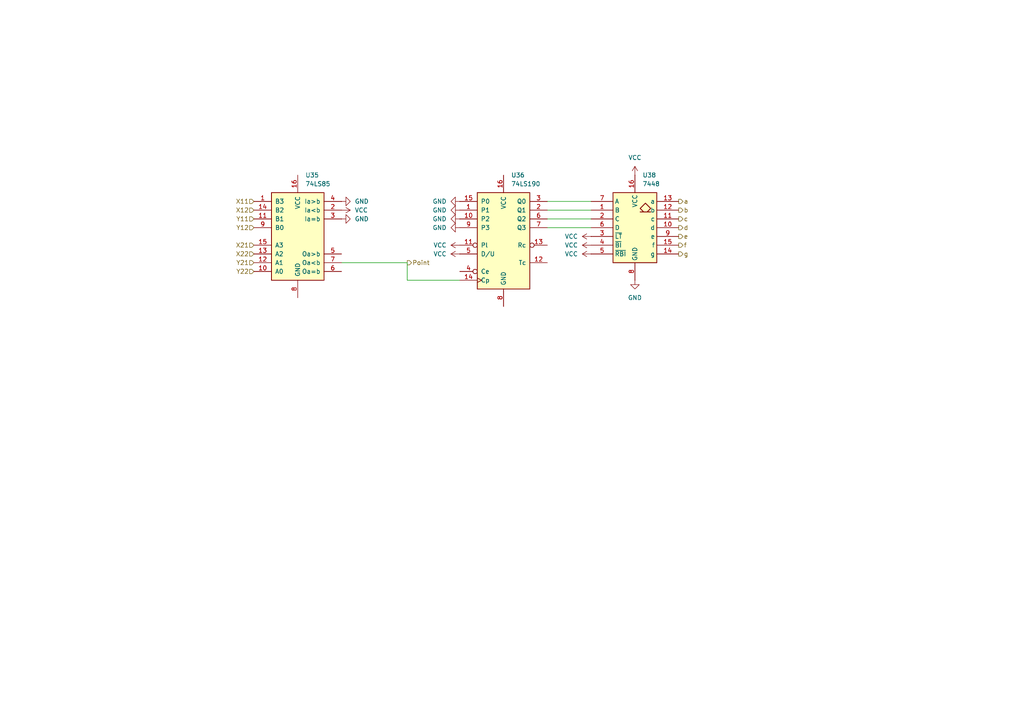
<source format=kicad_sch>
(kicad_sch
	(version 20231120)
	(generator "eeschema")
	(generator_version "8.0")
	(uuid "53c3bed6-e3d6-4f47-9ee6-308e1e47b47b")
	(paper "A4")
	(lib_symbols
		(symbol "74xx:74LS190"
			(pin_names
				(offset 1.016)
			)
			(exclude_from_sim no)
			(in_bom yes)
			(on_board yes)
			(property "Reference" "U"
				(at -7.62 13.97 0)
				(effects
					(font
						(size 1.27 1.27)
					)
				)
			)
			(property "Value" "74LS190"
				(at -7.62 -16.51 0)
				(effects
					(font
						(size 1.27 1.27)
					)
				)
			)
			(property "Footprint" ""
				(at 0 0 0)
				(effects
					(font
						(size 1.27 1.27)
					)
					(hide yes)
				)
			)
			(property "Datasheet" "http://www.ti.com/lit/gpn/sn74LS190"
				(at 0 0 0)
				(effects
					(font
						(size 1.27 1.27)
					)
					(hide yes)
				)
			)
			(property "Description" "4-bit Synchronous Up/Down BCD Counter"
				(at 0 0 0)
				(effects
					(font
						(size 1.27 1.27)
					)
					(hide yes)
				)
			)
			(property "ki_locked" ""
				(at 0 0 0)
				(effects
					(font
						(size 1.27 1.27)
					)
				)
			)
			(property "ki_keywords" "TTL CNT CNT4"
				(at 0 0 0)
				(effects
					(font
						(size 1.27 1.27)
					)
					(hide yes)
				)
			)
			(property "ki_fp_filters" "DIP?16*"
				(at 0 0 0)
				(effects
					(font
						(size 1.27 1.27)
					)
					(hide yes)
				)
			)
			(symbol "74LS190_1_0"
				(pin input line
					(at -12.7 7.62 0)
					(length 5.08)
					(name "P1"
						(effects
							(font
								(size 1.27 1.27)
							)
						)
					)
					(number "1"
						(effects
							(font
								(size 1.27 1.27)
							)
						)
					)
				)
				(pin input line
					(at -12.7 5.08 0)
					(length 5.08)
					(name "P2"
						(effects
							(font
								(size 1.27 1.27)
							)
						)
					)
					(number "10"
						(effects
							(font
								(size 1.27 1.27)
							)
						)
					)
				)
				(pin input inverted
					(at -12.7 -2.54 0)
					(length 5.08)
					(name "Pl"
						(effects
							(font
								(size 1.27 1.27)
							)
						)
					)
					(number "11"
						(effects
							(font
								(size 1.27 1.27)
							)
						)
					)
				)
				(pin output line
					(at 12.7 -7.62 180)
					(length 5.08)
					(name "Tc"
						(effects
							(font
								(size 1.27 1.27)
							)
						)
					)
					(number "12"
						(effects
							(font
								(size 1.27 1.27)
							)
						)
					)
				)
				(pin output inverted
					(at 12.7 -2.54 180)
					(length 5.08)
					(name "Rc"
						(effects
							(font
								(size 1.27 1.27)
							)
						)
					)
					(number "13"
						(effects
							(font
								(size 1.27 1.27)
							)
						)
					)
				)
				(pin input clock
					(at -12.7 -12.7 0)
					(length 5.08)
					(name "Cp"
						(effects
							(font
								(size 1.27 1.27)
							)
						)
					)
					(number "14"
						(effects
							(font
								(size 1.27 1.27)
							)
						)
					)
				)
				(pin input line
					(at -12.7 10.16 0)
					(length 5.08)
					(name "P0"
						(effects
							(font
								(size 1.27 1.27)
							)
						)
					)
					(number "15"
						(effects
							(font
								(size 1.27 1.27)
							)
						)
					)
				)
				(pin power_in line
					(at 0 17.78 270)
					(length 5.08)
					(name "VCC"
						(effects
							(font
								(size 1.27 1.27)
							)
						)
					)
					(number "16"
						(effects
							(font
								(size 1.27 1.27)
							)
						)
					)
				)
				(pin output line
					(at 12.7 7.62 180)
					(length 5.08)
					(name "Q1"
						(effects
							(font
								(size 1.27 1.27)
							)
						)
					)
					(number "2"
						(effects
							(font
								(size 1.27 1.27)
							)
						)
					)
				)
				(pin output line
					(at 12.7 10.16 180)
					(length 5.08)
					(name "Q0"
						(effects
							(font
								(size 1.27 1.27)
							)
						)
					)
					(number "3"
						(effects
							(font
								(size 1.27 1.27)
							)
						)
					)
				)
				(pin input inverted
					(at -12.7 -10.16 0)
					(length 5.08)
					(name "Ce"
						(effects
							(font
								(size 1.27 1.27)
							)
						)
					)
					(number "4"
						(effects
							(font
								(size 1.27 1.27)
							)
						)
					)
				)
				(pin input line
					(at -12.7 -5.08 0)
					(length 5.08)
					(name "D/U"
						(effects
							(font
								(size 1.27 1.27)
							)
						)
					)
					(number "5"
						(effects
							(font
								(size 1.27 1.27)
							)
						)
					)
				)
				(pin output line
					(at 12.7 5.08 180)
					(length 5.08)
					(name "Q2"
						(effects
							(font
								(size 1.27 1.27)
							)
						)
					)
					(number "6"
						(effects
							(font
								(size 1.27 1.27)
							)
						)
					)
				)
				(pin output line
					(at 12.7 2.54 180)
					(length 5.08)
					(name "Q3"
						(effects
							(font
								(size 1.27 1.27)
							)
						)
					)
					(number "7"
						(effects
							(font
								(size 1.27 1.27)
							)
						)
					)
				)
				(pin power_in line
					(at 0 -20.32 90)
					(length 5.08)
					(name "GND"
						(effects
							(font
								(size 1.27 1.27)
							)
						)
					)
					(number "8"
						(effects
							(font
								(size 1.27 1.27)
							)
						)
					)
				)
				(pin input line
					(at -12.7 2.54 0)
					(length 5.08)
					(name "P3"
						(effects
							(font
								(size 1.27 1.27)
							)
						)
					)
					(number "9"
						(effects
							(font
								(size 1.27 1.27)
							)
						)
					)
				)
			)
			(symbol "74LS190_1_1"
				(rectangle
					(start -7.62 12.7)
					(end 7.62 -15.24)
					(stroke
						(width 0.254)
						(type default)
					)
					(fill
						(type background)
					)
				)
			)
		)
		(symbol "74xx:74LS85"
			(pin_names
				(offset 1.016)
			)
			(exclude_from_sim no)
			(in_bom yes)
			(on_board yes)
			(property "Reference" "U"
				(at -7.62 13.97 0)
				(effects
					(font
						(size 1.27 1.27)
					)
				)
			)
			(property "Value" "74LS85"
				(at -7.62 -13.97 0)
				(effects
					(font
						(size 1.27 1.27)
					)
				)
			)
			(property "Footprint" ""
				(at 0 0 0)
				(effects
					(font
						(size 1.27 1.27)
					)
					(hide yes)
				)
			)
			(property "Datasheet" "http://www.ti.com/lit/gpn/sn74LS85"
				(at 0 0 0)
				(effects
					(font
						(size 1.27 1.27)
					)
					(hide yes)
				)
			)
			(property "Description" "4-bit Comparator"
				(at 0 0 0)
				(effects
					(font
						(size 1.27 1.27)
					)
					(hide yes)
				)
			)
			(property "ki_locked" ""
				(at 0 0 0)
				(effects
					(font
						(size 1.27 1.27)
					)
				)
			)
			(property "ki_keywords" "TTL COMP ARITH"
				(at 0 0 0)
				(effects
					(font
						(size 1.27 1.27)
					)
					(hide yes)
				)
			)
			(property "ki_fp_filters" "DIP?16*"
				(at 0 0 0)
				(effects
					(font
						(size 1.27 1.27)
					)
					(hide yes)
				)
			)
			(symbol "74LS85_1_0"
				(pin input line
					(at -12.7 10.16 0)
					(length 5.08)
					(name "B3"
						(effects
							(font
								(size 1.27 1.27)
							)
						)
					)
					(number "1"
						(effects
							(font
								(size 1.27 1.27)
							)
						)
					)
				)
				(pin input line
					(at -12.7 -10.16 0)
					(length 5.08)
					(name "A0"
						(effects
							(font
								(size 1.27 1.27)
							)
						)
					)
					(number "10"
						(effects
							(font
								(size 1.27 1.27)
							)
						)
					)
				)
				(pin input line
					(at -12.7 5.08 0)
					(length 5.08)
					(name "B1"
						(effects
							(font
								(size 1.27 1.27)
							)
						)
					)
					(number "11"
						(effects
							(font
								(size 1.27 1.27)
							)
						)
					)
				)
				(pin input line
					(at -12.7 -7.62 0)
					(length 5.08)
					(name "A1"
						(effects
							(font
								(size 1.27 1.27)
							)
						)
					)
					(number "12"
						(effects
							(font
								(size 1.27 1.27)
							)
						)
					)
				)
				(pin input line
					(at -12.7 -5.08 0)
					(length 5.08)
					(name "A2"
						(effects
							(font
								(size 1.27 1.27)
							)
						)
					)
					(number "13"
						(effects
							(font
								(size 1.27 1.27)
							)
						)
					)
				)
				(pin input line
					(at -12.7 7.62 0)
					(length 5.08)
					(name "B2"
						(effects
							(font
								(size 1.27 1.27)
							)
						)
					)
					(number "14"
						(effects
							(font
								(size 1.27 1.27)
							)
						)
					)
				)
				(pin input line
					(at -12.7 -2.54 0)
					(length 5.08)
					(name "A3"
						(effects
							(font
								(size 1.27 1.27)
							)
						)
					)
					(number "15"
						(effects
							(font
								(size 1.27 1.27)
							)
						)
					)
				)
				(pin power_in line
					(at 0 17.78 270)
					(length 5.08)
					(name "VCC"
						(effects
							(font
								(size 1.27 1.27)
							)
						)
					)
					(number "16"
						(effects
							(font
								(size 1.27 1.27)
							)
						)
					)
				)
				(pin input line
					(at 12.7 7.62 180)
					(length 5.08)
					(name "Ia<b"
						(effects
							(font
								(size 1.27 1.27)
							)
						)
					)
					(number "2"
						(effects
							(font
								(size 1.27 1.27)
							)
						)
					)
				)
				(pin input line
					(at 12.7 5.08 180)
					(length 5.08)
					(name "Ia=b"
						(effects
							(font
								(size 1.27 1.27)
							)
						)
					)
					(number "3"
						(effects
							(font
								(size 1.27 1.27)
							)
						)
					)
				)
				(pin input line
					(at 12.7 10.16 180)
					(length 5.08)
					(name "Ia>b"
						(effects
							(font
								(size 1.27 1.27)
							)
						)
					)
					(number "4"
						(effects
							(font
								(size 1.27 1.27)
							)
						)
					)
				)
				(pin output line
					(at 12.7 -5.08 180)
					(length 5.08)
					(name "Oa>b"
						(effects
							(font
								(size 1.27 1.27)
							)
						)
					)
					(number "5"
						(effects
							(font
								(size 1.27 1.27)
							)
						)
					)
				)
				(pin output line
					(at 12.7 -10.16 180)
					(length 5.08)
					(name "Oa=b"
						(effects
							(font
								(size 1.27 1.27)
							)
						)
					)
					(number "6"
						(effects
							(font
								(size 1.27 1.27)
							)
						)
					)
				)
				(pin output line
					(at 12.7 -7.62 180)
					(length 5.08)
					(name "Oa<b"
						(effects
							(font
								(size 1.27 1.27)
							)
						)
					)
					(number "7"
						(effects
							(font
								(size 1.27 1.27)
							)
						)
					)
				)
				(pin power_in line
					(at 0 -17.78 90)
					(length 5.08)
					(name "GND"
						(effects
							(font
								(size 1.27 1.27)
							)
						)
					)
					(number "8"
						(effects
							(font
								(size 1.27 1.27)
							)
						)
					)
				)
				(pin input line
					(at -12.7 2.54 0)
					(length 5.08)
					(name "B0"
						(effects
							(font
								(size 1.27 1.27)
							)
						)
					)
					(number "9"
						(effects
							(font
								(size 1.27 1.27)
							)
						)
					)
				)
			)
			(symbol "74LS85_1_1"
				(rectangle
					(start -7.62 12.7)
					(end 7.62 -12.7)
					(stroke
						(width 0.254)
						(type default)
					)
					(fill
						(type background)
					)
				)
			)
		)
		(symbol "74xx_IEEE:7448"
			(exclude_from_sim no)
			(in_bom yes)
			(on_board yes)
			(property "Reference" "U"
				(at 6.35 11.43 0)
				(effects
					(font
						(size 1.27 1.27)
					)
				)
			)
			(property "Value" "7448"
				(at 8.89 -11.43 0)
				(effects
					(font
						(size 1.27 1.27)
					)
				)
			)
			(property "Footprint" ""
				(at 0 0 0)
				(effects
					(font
						(size 1.27 1.27)
					)
					(hide yes)
				)
			)
			(property "Datasheet" ""
				(at 0 0 0)
				(effects
					(font
						(size 1.27 1.27)
					)
					(hide yes)
				)
			)
			(property "Description" ""
				(at 0 0 0)
				(effects
					(font
						(size 1.27 1.27)
					)
					(hide yes)
				)
			)
			(symbol "7448_0_0"
				(rectangle
					(start -6.35 10.16)
					(end 6.35 -10.16)
					(stroke
						(width 0.254)
						(type default)
					)
					(fill
						(type background)
					)
				)
				(polyline
					(pts
						(xy 3.556 4.572) (xy 4.572 5.588) (xy 3.048 7.112) (xy 1.524 5.588) (xy 2.54 4.572) (xy 1.524 4.572)
						(xy 4.572 4.572) (xy 4.572 4.572)
					)
					(stroke
						(width 0.254)
						(type default)
					)
					(fill
						(type background)
					)
				)
				(pin power_in line
					(at 0 15.24 270)
					(length 5.08)
					(name "VCC"
						(effects
							(font
								(size 1.27 1.27)
							)
						)
					)
					(number "16"
						(effects
							(font
								(size 1.27 1.27)
							)
						)
					)
				)
				(pin power_in line
					(at 0 -15.24 90)
					(length 5.08)
					(name "GND"
						(effects
							(font
								(size 1.27 1.27)
							)
						)
					)
					(number "8"
						(effects
							(font
								(size 1.27 1.27)
							)
						)
					)
				)
			)
			(symbol "7448_1_1"
				(pin input line
					(at -12.7 5.08 0)
					(length 6.35)
					(name "B"
						(effects
							(font
								(size 1.27 1.27)
							)
						)
					)
					(number "1"
						(effects
							(font
								(size 1.27 1.27)
							)
						)
					)
				)
				(pin open_collector line
					(at 12.7 0 180)
					(length 6.35)
					(name "d"
						(effects
							(font
								(size 1.27 1.27)
							)
						)
					)
					(number "10"
						(effects
							(font
								(size 1.27 1.27)
							)
						)
					)
				)
				(pin open_collector line
					(at 12.7 2.54 180)
					(length 6.35)
					(name "c"
						(effects
							(font
								(size 1.27 1.27)
							)
						)
					)
					(number "11"
						(effects
							(font
								(size 1.27 1.27)
							)
						)
					)
				)
				(pin open_collector line
					(at 12.7 5.08 180)
					(length 6.35)
					(name "b"
						(effects
							(font
								(size 1.27 1.27)
							)
						)
					)
					(number "12"
						(effects
							(font
								(size 1.27 1.27)
							)
						)
					)
				)
				(pin open_collector line
					(at 12.7 7.62 180)
					(length 6.35)
					(name "a"
						(effects
							(font
								(size 1.27 1.27)
							)
						)
					)
					(number "13"
						(effects
							(font
								(size 1.27 1.27)
							)
						)
					)
				)
				(pin open_collector line
					(at 12.7 -7.62 180)
					(length 6.35)
					(name "g"
						(effects
							(font
								(size 1.27 1.27)
							)
						)
					)
					(number "14"
						(effects
							(font
								(size 1.27 1.27)
							)
						)
					)
				)
				(pin open_collector line
					(at 12.7 -5.08 180)
					(length 6.35)
					(name "f"
						(effects
							(font
								(size 1.27 1.27)
							)
						)
					)
					(number "15"
						(effects
							(font
								(size 1.27 1.27)
							)
						)
					)
				)
				(pin input line
					(at -12.7 2.54 0)
					(length 6.35)
					(name "C"
						(effects
							(font
								(size 1.27 1.27)
							)
						)
					)
					(number "2"
						(effects
							(font
								(size 1.27 1.27)
							)
						)
					)
				)
				(pin input line
					(at -12.7 -2.54 0)
					(length 6.35)
					(name "~{LT}"
						(effects
							(font
								(size 1.27 1.27)
							)
						)
					)
					(number "3"
						(effects
							(font
								(size 1.27 1.27)
							)
						)
					)
				)
				(pin input line
					(at -12.7 -5.08 0)
					(length 6.35)
					(name "~{BI}"
						(effects
							(font
								(size 1.27 1.27)
							)
						)
					)
					(number "4"
						(effects
							(font
								(size 1.27 1.27)
							)
						)
					)
				)
				(pin input line
					(at -12.7 -7.62 0)
					(length 6.35)
					(name "~{RBI}"
						(effects
							(font
								(size 1.27 1.27)
							)
						)
					)
					(number "5"
						(effects
							(font
								(size 1.27 1.27)
							)
						)
					)
				)
				(pin input line
					(at -12.7 0 0)
					(length 6.35)
					(name "D"
						(effects
							(font
								(size 1.27 1.27)
							)
						)
					)
					(number "6"
						(effects
							(font
								(size 1.27 1.27)
							)
						)
					)
				)
				(pin input line
					(at -12.7 7.62 0)
					(length 6.35)
					(name "A"
						(effects
							(font
								(size 1.27 1.27)
							)
						)
					)
					(number "7"
						(effects
							(font
								(size 1.27 1.27)
							)
						)
					)
				)
				(pin open_collector line
					(at 12.7 -2.54 180)
					(length 6.35)
					(name "e"
						(effects
							(font
								(size 1.27 1.27)
							)
						)
					)
					(number "9"
						(effects
							(font
								(size 1.27 1.27)
							)
						)
					)
				)
			)
		)
		(symbol "power:GND"
			(power)
			(pin_numbers hide)
			(pin_names
				(offset 0) hide)
			(exclude_from_sim no)
			(in_bom yes)
			(on_board yes)
			(property "Reference" "#PWR"
				(at 0 -6.35 0)
				(effects
					(font
						(size 1.27 1.27)
					)
					(hide yes)
				)
			)
			(property "Value" "GND"
				(at 0 -3.81 0)
				(effects
					(font
						(size 1.27 1.27)
					)
				)
			)
			(property "Footprint" ""
				(at 0 0 0)
				(effects
					(font
						(size 1.27 1.27)
					)
					(hide yes)
				)
			)
			(property "Datasheet" ""
				(at 0 0 0)
				(effects
					(font
						(size 1.27 1.27)
					)
					(hide yes)
				)
			)
			(property "Description" "Power symbol creates a global label with name \"GND\" , ground"
				(at 0 0 0)
				(effects
					(font
						(size 1.27 1.27)
					)
					(hide yes)
				)
			)
			(property "ki_keywords" "global power"
				(at 0 0 0)
				(effects
					(font
						(size 1.27 1.27)
					)
					(hide yes)
				)
			)
			(symbol "GND_0_1"
				(polyline
					(pts
						(xy 0 0) (xy 0 -1.27) (xy 1.27 -1.27) (xy 0 -2.54) (xy -1.27 -1.27) (xy 0 -1.27)
					)
					(stroke
						(width 0)
						(type default)
					)
					(fill
						(type none)
					)
				)
			)
			(symbol "GND_1_1"
				(pin power_in line
					(at 0 0 270)
					(length 0)
					(name "~"
						(effects
							(font
								(size 1.27 1.27)
							)
						)
					)
					(number "1"
						(effects
							(font
								(size 1.27 1.27)
							)
						)
					)
				)
			)
		)
		(symbol "power:VCC"
			(power)
			(pin_numbers hide)
			(pin_names
				(offset 0) hide)
			(exclude_from_sim no)
			(in_bom yes)
			(on_board yes)
			(property "Reference" "#PWR"
				(at 0 -3.81 0)
				(effects
					(font
						(size 1.27 1.27)
					)
					(hide yes)
				)
			)
			(property "Value" "VCC"
				(at 0 3.556 0)
				(effects
					(font
						(size 1.27 1.27)
					)
				)
			)
			(property "Footprint" ""
				(at 0 0 0)
				(effects
					(font
						(size 1.27 1.27)
					)
					(hide yes)
				)
			)
			(property "Datasheet" ""
				(at 0 0 0)
				(effects
					(font
						(size 1.27 1.27)
					)
					(hide yes)
				)
			)
			(property "Description" "Power symbol creates a global label with name \"VCC\""
				(at 0 0 0)
				(effects
					(font
						(size 1.27 1.27)
					)
					(hide yes)
				)
			)
			(property "ki_keywords" "global power"
				(at 0 0 0)
				(effects
					(font
						(size 1.27 1.27)
					)
					(hide yes)
				)
			)
			(symbol "VCC_0_1"
				(polyline
					(pts
						(xy -0.762 1.27) (xy 0 2.54)
					)
					(stroke
						(width 0)
						(type default)
					)
					(fill
						(type none)
					)
				)
				(polyline
					(pts
						(xy 0 0) (xy 0 2.54)
					)
					(stroke
						(width 0)
						(type default)
					)
					(fill
						(type none)
					)
				)
				(polyline
					(pts
						(xy 0 2.54) (xy 0.762 1.27)
					)
					(stroke
						(width 0)
						(type default)
					)
					(fill
						(type none)
					)
				)
			)
			(symbol "VCC_1_1"
				(pin power_in line
					(at 0 0 90)
					(length 0)
					(name "~"
						(effects
							(font
								(size 1.27 1.27)
							)
						)
					)
					(number "1"
						(effects
							(font
								(size 1.27 1.27)
							)
						)
					)
				)
			)
		)
	)
	(wire
		(pts
			(xy 99.06 76.2) (xy 118.11 76.2)
		)
		(stroke
			(width 0)
			(type default)
		)
		(uuid "0da2fd15-41a7-43b2-b702-361b9229aab9")
	)
	(wire
		(pts
			(xy 158.75 63.5) (xy 171.45 63.5)
		)
		(stroke
			(width 0)
			(type default)
		)
		(uuid "0ed3d806-9e43-4894-8560-2783639098c7")
	)
	(wire
		(pts
			(xy 118.11 76.2) (xy 118.11 81.28)
		)
		(stroke
			(width 0)
			(type default)
		)
		(uuid "18997db6-df90-4a5e-bfe4-081d2688cd6b")
	)
	(wire
		(pts
			(xy 158.75 58.42) (xy 171.45 58.42)
		)
		(stroke
			(width 0)
			(type default)
		)
		(uuid "44e5238f-b677-4812-b06a-248abec50280")
	)
	(wire
		(pts
			(xy 158.75 66.04) (xy 171.45 66.04)
		)
		(stroke
			(width 0)
			(type default)
		)
		(uuid "8e6e83ab-6c72-4a3d-95c0-3eb94da2faa6")
	)
	(wire
		(pts
			(xy 118.11 81.28) (xy 133.35 81.28)
		)
		(stroke
			(width 0)
			(type default)
		)
		(uuid "95444abf-71b0-4633-b98a-d71daf8c53dc")
	)
	(wire
		(pts
			(xy 158.75 60.96) (xy 171.45 60.96)
		)
		(stroke
			(width 0)
			(type default)
		)
		(uuid "a9a2674b-1bc8-4611-b306-577922aaf98a")
	)
	(hierarchical_label "X22"
		(shape input)
		(at 73.66 73.66 180)
		(fields_autoplaced yes)
		(effects
			(font
				(size 1.27 1.27)
			)
			(justify right)
		)
		(uuid "0f05700f-6905-4389-bbc6-854d8f1ab69d")
	)
	(hierarchical_label "e"
		(shape output)
		(at 196.85 68.58 0)
		(fields_autoplaced yes)
		(effects
			(font
				(size 1.27 1.27)
			)
			(justify left)
		)
		(uuid "38c25bc3-b0c4-4a92-a062-ae49a82750fd")
	)
	(hierarchical_label "Y22"
		(shape input)
		(at 73.66 78.74 180)
		(fields_autoplaced yes)
		(effects
			(font
				(size 1.27 1.27)
			)
			(justify right)
		)
		(uuid "75a0afe7-bde5-42b0-a05a-1e236c7f5e24")
	)
	(hierarchical_label "X12"
		(shape input)
		(at 73.66 60.96 180)
		(fields_autoplaced yes)
		(effects
			(font
				(size 1.27 1.27)
			)
			(justify right)
		)
		(uuid "8092b15a-7f20-45b9-86fe-d6dad91bb5f3")
	)
	(hierarchical_label "f"
		(shape output)
		(at 196.85 71.12 0)
		(fields_autoplaced yes)
		(effects
			(font
				(size 1.27 1.27)
			)
			(justify left)
		)
		(uuid "9b2c8eca-ed6f-43a3-9abb-4e4be5dd9020")
	)
	(hierarchical_label "X21"
		(shape input)
		(at 73.66 71.12 180)
		(fields_autoplaced yes)
		(effects
			(font
				(size 1.27 1.27)
			)
			(justify right)
		)
		(uuid "9d4d074c-bba3-4295-9f6f-a30800a3ed90")
	)
	(hierarchical_label "Point"
		(shape output)
		(at 118.11 76.2 0)
		(fields_autoplaced yes)
		(effects
			(font
				(size 1.27 1.27)
			)
			(justify left)
		)
		(uuid "a50aba61-561a-4b9e-b89e-6135c8ed0a1a")
	)
	(hierarchical_label "Y21"
		(shape input)
		(at 73.66 76.2 180)
		(fields_autoplaced yes)
		(effects
			(font
				(size 1.27 1.27)
			)
			(justify right)
		)
		(uuid "a9ce4bc7-42cd-427d-a5d1-4a2dc5493e3f")
	)
	(hierarchical_label "d"
		(shape output)
		(at 196.85 66.04 0)
		(fields_autoplaced yes)
		(effects
			(font
				(size 1.27 1.27)
			)
			(justify left)
		)
		(uuid "ab3dbdc5-7700-4cb9-adaf-80d32c5ff4ae")
	)
	(hierarchical_label "X11"
		(shape input)
		(at 73.66 58.42 180)
		(fields_autoplaced yes)
		(effects
			(font
				(size 1.27 1.27)
			)
			(justify right)
		)
		(uuid "b6e330b2-c881-4aa4-bac1-aef03e95a46b")
	)
	(hierarchical_label "a"
		(shape output)
		(at 196.85 58.42 0)
		(fields_autoplaced yes)
		(effects
			(font
				(size 1.27 1.27)
			)
			(justify left)
		)
		(uuid "cc408a75-28cc-4cba-9a09-ab740b4109ca")
	)
	(hierarchical_label "Y12"
		(shape input)
		(at 73.66 66.04 180)
		(fields_autoplaced yes)
		(effects
			(font
				(size 1.27 1.27)
			)
			(justify right)
		)
		(uuid "de27da9c-12bf-4c94-b948-159875f869a4")
	)
	(hierarchical_label "c"
		(shape output)
		(at 196.85 63.5 0)
		(fields_autoplaced yes)
		(effects
			(font
				(size 1.27 1.27)
			)
			(justify left)
		)
		(uuid "f485e27c-dcaa-4eb9-b098-d38da556a413")
	)
	(hierarchical_label "Y11"
		(shape input)
		(at 73.66 63.5 180)
		(fields_autoplaced yes)
		(effects
			(font
				(size 1.27 1.27)
			)
			(justify right)
		)
		(uuid "f7cbf9c7-1261-4224-a3c9-2667a3649aba")
	)
	(hierarchical_label "b"
		(shape output)
		(at 196.85 60.96 0)
		(fields_autoplaced yes)
		(effects
			(font
				(size 1.27 1.27)
			)
			(justify left)
		)
		(uuid "fc031234-1c85-4e00-abf7-94ccfbecea24")
	)
	(hierarchical_label "g"
		(shape output)
		(at 196.85 73.66 0)
		(fields_autoplaced yes)
		(effects
			(font
				(size 1.27 1.27)
			)
			(justify left)
		)
		(uuid "fc1a89b2-ba5d-421a-93bd-6c3f8e285c1c")
	)
	(symbol
		(lib_id "power:GND")
		(at 133.35 63.5 270)
		(unit 1)
		(exclude_from_sim no)
		(in_bom yes)
		(on_board yes)
		(dnp no)
		(fields_autoplaced yes)
		(uuid "06012e43-3d5e-4053-a1fc-6f0ec9b75b2c")
		(property "Reference" "#PWR063"
			(at 127 63.5 0)
			(effects
				(font
					(size 1.27 1.27)
				)
				(hide yes)
			)
		)
		(property "Value" "GND"
			(at 129.54 63.4999 90)
			(effects
				(font
					(size 1.27 1.27)
				)
				(justify right)
			)
		)
		(property "Footprint" ""
			(at 133.35 63.5 0)
			(effects
				(font
					(size 1.27 1.27)
				)
				(hide yes)
			)
		)
		(property "Datasheet" ""
			(at 133.35 63.5 0)
			(effects
				(font
					(size 1.27 1.27)
				)
				(hide yes)
			)
		)
		(property "Description" "Power symbol creates a global label with name \"GND\" , ground"
			(at 133.35 63.5 0)
			(effects
				(font
					(size 1.27 1.27)
				)
				(hide yes)
			)
		)
		(pin "1"
			(uuid "19d17424-5562-4173-a19c-5f02fcee870e")
		)
		(instances
			(project "Pac-Man"
				(path "/5d392bb7-a2f8-4373-a070-9bf2073d9b08/da1bd9e2-c12b-4505-a3b3-67202406cbc0"
					(reference "#PWR063")
					(unit 1)
				)
			)
		)
	)
	(symbol
		(lib_id "power:GND")
		(at 99.06 58.42 90)
		(unit 1)
		(exclude_from_sim no)
		(in_bom yes)
		(on_board yes)
		(dnp no)
		(fields_autoplaced yes)
		(uuid "0c95bd1b-981a-421d-9d5c-71b4547fb182")
		(property "Reference" "#PWR060"
			(at 105.41 58.42 0)
			(effects
				(font
					(size 1.27 1.27)
				)
				(hide yes)
			)
		)
		(property "Value" "GND"
			(at 102.87 58.4199 90)
			(effects
				(font
					(size 1.27 1.27)
				)
				(justify right)
			)
		)
		(property "Footprint" ""
			(at 99.06 58.42 0)
			(effects
				(font
					(size 1.27 1.27)
				)
				(hide yes)
			)
		)
		(property "Datasheet" ""
			(at 99.06 58.42 0)
			(effects
				(font
					(size 1.27 1.27)
				)
				(hide yes)
			)
		)
		(property "Description" "Power symbol creates a global label with name \"GND\" , ground"
			(at 99.06 58.42 0)
			(effects
				(font
					(size 1.27 1.27)
				)
				(hide yes)
			)
		)
		(pin "1"
			(uuid "abf511b8-0256-4c8a-a40c-f63155dcece3")
		)
		(instances
			(project ""
				(path "/5d392bb7-a2f8-4373-a070-9bf2073d9b08/da1bd9e2-c12b-4505-a3b3-67202406cbc0"
					(reference "#PWR060")
					(unit 1)
				)
			)
		)
	)
	(symbol
		(lib_id "power:GND")
		(at 133.35 66.04 270)
		(unit 1)
		(exclude_from_sim no)
		(in_bom yes)
		(on_board yes)
		(dnp no)
		(fields_autoplaced yes)
		(uuid "124b4557-42da-4c59-97b9-1510ad6c5eda")
		(property "Reference" "#PWR067"
			(at 127 66.04 0)
			(effects
				(font
					(size 1.27 1.27)
				)
				(hide yes)
			)
		)
		(property "Value" "GND"
			(at 129.54 66.0399 90)
			(effects
				(font
					(size 1.27 1.27)
				)
				(justify right)
			)
		)
		(property "Footprint" ""
			(at 133.35 66.04 0)
			(effects
				(font
					(size 1.27 1.27)
				)
				(hide yes)
			)
		)
		(property "Datasheet" ""
			(at 133.35 66.04 0)
			(effects
				(font
					(size 1.27 1.27)
				)
				(hide yes)
			)
		)
		(property "Description" "Power symbol creates a global label with name \"GND\" , ground"
			(at 133.35 66.04 0)
			(effects
				(font
					(size 1.27 1.27)
				)
				(hide yes)
			)
		)
		(pin "1"
			(uuid "c09665ed-6a5b-4148-a2a0-c45363693672")
		)
		(instances
			(project ""
				(path "/5d392bb7-a2f8-4373-a070-9bf2073d9b08/da1bd9e2-c12b-4505-a3b3-67202406cbc0"
					(reference "#PWR067")
					(unit 1)
				)
			)
		)
	)
	(symbol
		(lib_id "power:VCC")
		(at 171.45 68.58 90)
		(unit 1)
		(exclude_from_sim no)
		(in_bom yes)
		(on_board yes)
		(dnp no)
		(fields_autoplaced yes)
		(uuid "17c03975-da4d-420f-8b46-79b0fdf325fd")
		(property "Reference" "#PWR068"
			(at 175.26 68.58 0)
			(effects
				(font
					(size 1.27 1.27)
				)
				(hide yes)
			)
		)
		(property "Value" "VCC"
			(at 167.64 68.5799 90)
			(effects
				(font
					(size 1.27 1.27)
				)
				(justify left)
			)
		)
		(property "Footprint" ""
			(at 171.45 68.58 0)
			(effects
				(font
					(size 1.27 1.27)
				)
				(hide yes)
			)
		)
		(property "Datasheet" ""
			(at 171.45 68.58 0)
			(effects
				(font
					(size 1.27 1.27)
				)
				(hide yes)
			)
		)
		(property "Description" "Power symbol creates a global label with name \"VCC\""
			(at 171.45 68.58 0)
			(effects
				(font
					(size 1.27 1.27)
				)
				(hide yes)
			)
		)
		(pin "1"
			(uuid "f3ad5c23-8ee3-4e0b-86dd-a3beff972282")
		)
		(instances
			(project ""
				(path "/5d392bb7-a2f8-4373-a070-9bf2073d9b08/da1bd9e2-c12b-4505-a3b3-67202406cbc0"
					(reference "#PWR068")
					(unit 1)
				)
			)
		)
	)
	(symbol
		(lib_id "74xx:74LS190")
		(at 146.05 68.58 0)
		(unit 1)
		(exclude_from_sim no)
		(in_bom yes)
		(on_board yes)
		(dnp no)
		(fields_autoplaced yes)
		(uuid "19a0a4be-6ae1-44fb-8fd8-d4401381d939")
		(property "Reference" "U36"
			(at 148.2441 50.8 0)
			(effects
				(font
					(size 1.27 1.27)
				)
				(justify left)
			)
		)
		(property "Value" "74LS190"
			(at 148.2441 53.34 0)
			(effects
				(font
					(size 1.27 1.27)
				)
				(justify left)
			)
		)
		(property "Footprint" ""
			(at 146.05 68.58 0)
			(effects
				(font
					(size 1.27 1.27)
				)
				(hide yes)
			)
		)
		(property "Datasheet" "http://www.ti.com/lit/gpn/sn74LS190"
			(at 146.05 68.58 0)
			(effects
				(font
					(size 1.27 1.27)
				)
				(hide yes)
			)
		)
		(property "Description" "4-bit Synchronous Up/Down BCD Counter"
			(at 146.05 68.58 0)
			(effects
				(font
					(size 1.27 1.27)
				)
				(hide yes)
			)
		)
		(pin "6"
			(uuid "edeb0689-ae5f-4062-986d-ad129e494ffb")
		)
		(pin "1"
			(uuid "ddf57287-785d-44a0-b7b3-86967e76e84d")
		)
		(pin "4"
			(uuid "d6cf8a55-8a7f-4abc-879d-2c832052660e")
		)
		(pin "16"
			(uuid "aea66377-b31b-4d5c-90a8-a926b66c0401")
		)
		(pin "5"
			(uuid "b9229f22-8608-4bc8-9e7b-366eef7e21b8")
		)
		(pin "15"
			(uuid "9dfe79e3-e51a-4d5f-aa40-e1c96355d3b3")
		)
		(pin "10"
			(uuid "13825d52-10e2-439a-82d0-52179ff53437")
		)
		(pin "2"
			(uuid "be69ee82-093e-4d39-a0a4-b12bca4e12d6")
		)
		(pin "9"
			(uuid "2fad376b-44e4-43b6-8569-0e00e6aaea43")
		)
		(pin "12"
			(uuid "b16cbcb8-d923-4024-a22b-c1fbd8e3ae95")
		)
		(pin "3"
			(uuid "da303e9e-941d-4894-bf38-7f1425474262")
		)
		(pin "7"
			(uuid "2713161a-b05b-4014-9b1e-5c7e806b6ad8")
		)
		(pin "13"
			(uuid "afec3b55-39e1-4d8b-ab0b-8df4d5464c3a")
		)
		(pin "11"
			(uuid "d733452e-e5dc-4351-a911-1f5c89f5871e")
		)
		(pin "8"
			(uuid "f91401d5-ce90-40cf-a288-ce4858c51b82")
		)
		(pin "14"
			(uuid "d84291db-1353-43da-b2fb-a351709838db")
		)
		(instances
			(project ""
				(path "/5d392bb7-a2f8-4373-a070-9bf2073d9b08/da1bd9e2-c12b-4505-a3b3-67202406cbc0"
					(reference "U36")
					(unit 1)
				)
			)
		)
	)
	(symbol
		(lib_id "power:GND")
		(at 133.35 60.96 270)
		(unit 1)
		(exclude_from_sim no)
		(in_bom yes)
		(on_board yes)
		(dnp no)
		(fields_autoplaced yes)
		(uuid "33893bd8-bd5a-4d16-b362-df791a16c78a")
		(property "Reference" "#PWR064"
			(at 127 60.96 0)
			(effects
				(font
					(size 1.27 1.27)
				)
				(hide yes)
			)
		)
		(property "Value" "GND"
			(at 129.54 60.9599 90)
			(effects
				(font
					(size 1.27 1.27)
				)
				(justify right)
			)
		)
		(property "Footprint" ""
			(at 133.35 60.96 0)
			(effects
				(font
					(size 1.27 1.27)
				)
				(hide yes)
			)
		)
		(property "Datasheet" ""
			(at 133.35 60.96 0)
			(effects
				(font
					(size 1.27 1.27)
				)
				(hide yes)
			)
		)
		(property "Description" "Power symbol creates a global label with name \"GND\" , ground"
			(at 133.35 60.96 0)
			(effects
				(font
					(size 1.27 1.27)
				)
				(hide yes)
			)
		)
		(pin "1"
			(uuid "817c447e-48d9-4a1e-af2c-d32b11accd88")
		)
		(instances
			(project "Pac-Man"
				(path "/5d392bb7-a2f8-4373-a070-9bf2073d9b08/da1bd9e2-c12b-4505-a3b3-67202406cbc0"
					(reference "#PWR064")
					(unit 1)
				)
			)
		)
	)
	(symbol
		(lib_id "power:VCC")
		(at 171.45 71.12 90)
		(unit 1)
		(exclude_from_sim no)
		(in_bom yes)
		(on_board yes)
		(dnp no)
		(fields_autoplaced yes)
		(uuid "47b68925-a268-4352-863f-93d7b46992d5")
		(property "Reference" "#PWR069"
			(at 175.26 71.12 0)
			(effects
				(font
					(size 1.27 1.27)
				)
				(hide yes)
			)
		)
		(property "Value" "VCC"
			(at 167.64 71.1199 90)
			(effects
				(font
					(size 1.27 1.27)
				)
				(justify left)
			)
		)
		(property "Footprint" ""
			(at 171.45 71.12 0)
			(effects
				(font
					(size 1.27 1.27)
				)
				(hide yes)
			)
		)
		(property "Datasheet" ""
			(at 171.45 71.12 0)
			(effects
				(font
					(size 1.27 1.27)
				)
				(hide yes)
			)
		)
		(property "Description" "Power symbol creates a global label with name \"VCC\""
			(at 171.45 71.12 0)
			(effects
				(font
					(size 1.27 1.27)
				)
				(hide yes)
			)
		)
		(pin "1"
			(uuid "ac4f61ef-ab84-41f5-a289-8fbb0d66b58a")
		)
		(instances
			(project ""
				(path "/5d392bb7-a2f8-4373-a070-9bf2073d9b08/da1bd9e2-c12b-4505-a3b3-67202406cbc0"
					(reference "#PWR069")
					(unit 1)
				)
			)
		)
	)
	(symbol
		(lib_id "power:GND")
		(at 99.06 63.5 90)
		(unit 1)
		(exclude_from_sim no)
		(in_bom yes)
		(on_board yes)
		(dnp no)
		(fields_autoplaced yes)
		(uuid "756428c6-a0a2-457e-89f5-63b57da1d7e9")
		(property "Reference" "#PWR061"
			(at 105.41 63.5 0)
			(effects
				(font
					(size 1.27 1.27)
				)
				(hide yes)
			)
		)
		(property "Value" "GND"
			(at 102.87 63.4999 90)
			(effects
				(font
					(size 1.27 1.27)
				)
				(justify right)
			)
		)
		(property "Footprint" ""
			(at 99.06 63.5 0)
			(effects
				(font
					(size 1.27 1.27)
				)
				(hide yes)
			)
		)
		(property "Datasheet" ""
			(at 99.06 63.5 0)
			(effects
				(font
					(size 1.27 1.27)
				)
				(hide yes)
			)
		)
		(property "Description" "Power symbol creates a global label with name \"GND\" , ground"
			(at 99.06 63.5 0)
			(effects
				(font
					(size 1.27 1.27)
				)
				(hide yes)
			)
		)
		(pin "1"
			(uuid "b8bf8788-947f-4475-aded-187c46223674")
		)
		(instances
			(project "Pac-Man"
				(path "/5d392bb7-a2f8-4373-a070-9bf2073d9b08/da1bd9e2-c12b-4505-a3b3-67202406cbc0"
					(reference "#PWR061")
					(unit 1)
				)
			)
		)
	)
	(symbol
		(lib_id "74xx:74LS85")
		(at 86.36 68.58 0)
		(unit 1)
		(exclude_from_sim no)
		(in_bom yes)
		(on_board yes)
		(dnp no)
		(fields_autoplaced yes)
		(uuid "858e245c-9b92-4fd7-8de5-e2277b84ae4a")
		(property "Reference" "U35"
			(at 88.5541 50.8 0)
			(effects
				(font
					(size 1.27 1.27)
				)
				(justify left)
			)
		)
		(property "Value" "74LS85"
			(at 88.5541 53.34 0)
			(effects
				(font
					(size 1.27 1.27)
				)
				(justify left)
			)
		)
		(property "Footprint" ""
			(at 86.36 68.58 0)
			(effects
				(font
					(size 1.27 1.27)
				)
				(hide yes)
			)
		)
		(property "Datasheet" "http://www.ti.com/lit/gpn/sn74LS85"
			(at 86.36 68.58 0)
			(effects
				(font
					(size 1.27 1.27)
				)
				(hide yes)
			)
		)
		(property "Description" "4-bit Comparator"
			(at 86.36 68.58 0)
			(effects
				(font
					(size 1.27 1.27)
				)
				(hide yes)
			)
		)
		(pin "4"
			(uuid "7aae2b26-af2a-4cb8-a8da-fb37de5c2fda")
		)
		(pin "15"
			(uuid "8e35c875-7d3d-4c7b-a2a3-32e4412115b6")
		)
		(pin "5"
			(uuid "ccc54dbf-bb26-49ba-b139-777d7475ecaa")
		)
		(pin "10"
			(uuid "08457562-9aee-4ab9-a998-eaca856cdf63")
		)
		(pin "14"
			(uuid "bad665fa-b2df-4f6c-b897-74de7ab66b15")
		)
		(pin "16"
			(uuid "06853cab-9c99-4e4d-bb4f-1277dc23c793")
		)
		(pin "2"
			(uuid "6d32b795-fe26-4629-a6ae-8292dcc0d695")
		)
		(pin "3"
			(uuid "f8b48e2c-1d7b-4aa9-a9f3-b05e0c863886")
		)
		(pin "6"
			(uuid "24671afc-36b9-4b45-8953-2570b95bcbc0")
		)
		(pin "11"
			(uuid "03277b6b-522f-4895-bf34-4464701fd04a")
		)
		(pin "1"
			(uuid "27cf59ae-98da-43bd-b767-fb53b280fc32")
		)
		(pin "13"
			(uuid "0f9c44ac-a119-42c3-a393-74123db096d6")
		)
		(pin "8"
			(uuid "783b7141-5b39-4760-b1eb-0d9b20ea0402")
		)
		(pin "12"
			(uuid "8f90a2e9-b953-4c76-bff0-463bf4413111")
		)
		(pin "7"
			(uuid "1cf3bc0a-cabb-4e6b-96b1-8c4da61847fa")
		)
		(pin "9"
			(uuid "59ae97e2-4751-423b-b2a7-e44a0cbd5b49")
		)
		(instances
			(project ""
				(path "/5d392bb7-a2f8-4373-a070-9bf2073d9b08/da1bd9e2-c12b-4505-a3b3-67202406cbc0"
					(reference "U35")
					(unit 1)
				)
			)
		)
	)
	(symbol
		(lib_id "74xx_IEEE:7448")
		(at 184.15 66.04 0)
		(unit 1)
		(exclude_from_sim no)
		(in_bom yes)
		(on_board yes)
		(dnp no)
		(fields_autoplaced yes)
		(uuid "a5c1370a-67fb-41d6-accd-55c6182149f2")
		(property "Reference" "U38"
			(at 186.3441 50.8 0)
			(effects
				(font
					(size 1.27 1.27)
				)
				(justify left)
			)
		)
		(property "Value" "7448"
			(at 186.3441 53.34 0)
			(effects
				(font
					(size 1.27 1.27)
				)
				(justify left)
			)
		)
		(property "Footprint" ""
			(at 184.15 66.04 0)
			(effects
				(font
					(size 1.27 1.27)
				)
				(hide yes)
			)
		)
		(property "Datasheet" ""
			(at 184.15 66.04 0)
			(effects
				(font
					(size 1.27 1.27)
				)
				(hide yes)
			)
		)
		(property "Description" ""
			(at 184.15 66.04 0)
			(effects
				(font
					(size 1.27 1.27)
				)
				(hide yes)
			)
		)
		(pin "2"
			(uuid "1a611bae-4dbf-4de8-8bda-8294b7de556b")
		)
		(pin "1"
			(uuid "25c3ff43-bfda-4a61-9e55-a3d1c390b751")
		)
		(pin "7"
			(uuid "b11904ea-10ac-496e-bb88-0fdbeca1cb80")
		)
		(pin "10"
			(uuid "4e16413b-957b-471c-b5a2-4780b7fa27ba")
		)
		(pin "15"
			(uuid "caa6e241-ff25-4c9b-9aa5-dd76fa78d0af")
		)
		(pin "5"
			(uuid "2d997502-a9da-496b-bf31-91af74e85ffb")
		)
		(pin "14"
			(uuid "95e57c4a-21c5-429d-8261-6afe339344e7")
		)
		(pin "8"
			(uuid "706d14aa-a5b6-47d4-803b-b5905cfefc28")
		)
		(pin "13"
			(uuid "41af4621-27af-416d-a75b-01c7b0af3897")
		)
		(pin "4"
			(uuid "0ebca5aa-35ac-4ff1-8767-7438ee57f02a")
		)
		(pin "3"
			(uuid "1e902a38-51cc-4ab0-b9e3-b1ab52a7aa6a")
		)
		(pin "9"
			(uuid "114cf9c6-dcb1-4424-83e8-d14fe5d5f3af")
		)
		(pin "12"
			(uuid "e0cf63d3-81ec-4e72-b202-a6a65d786872")
		)
		(pin "11"
			(uuid "df5fc70e-63f6-4769-9be7-be2ba4b4261b")
		)
		(pin "16"
			(uuid "99a16072-2441-4f30-b00d-9daac7584eab")
		)
		(pin "6"
			(uuid "fcf1a99d-51c8-4361-ae57-22f8d33ee1d1")
		)
		(instances
			(project ""
				(path "/5d392bb7-a2f8-4373-a070-9bf2073d9b08/da1bd9e2-c12b-4505-a3b3-67202406cbc0"
					(reference "U38")
					(unit 1)
				)
			)
		)
	)
	(symbol
		(lib_id "power:VCC")
		(at 99.06 60.96 270)
		(unit 1)
		(exclude_from_sim no)
		(in_bom yes)
		(on_board yes)
		(dnp no)
		(fields_autoplaced yes)
		(uuid "c97879e5-93ce-467d-b484-7e6d979bd757")
		(property "Reference" "#PWR059"
			(at 95.25 60.96 0)
			(effects
				(font
					(size 1.27 1.27)
				)
				(hide yes)
			)
		)
		(property "Value" "VCC"
			(at 102.87 60.9599 90)
			(effects
				(font
					(size 1.27 1.27)
				)
				(justify left)
			)
		)
		(property "Footprint" ""
			(at 99.06 60.96 0)
			(effects
				(font
					(size 1.27 1.27)
				)
				(hide yes)
			)
		)
		(property "Datasheet" ""
			(at 99.06 60.96 0)
			(effects
				(font
					(size 1.27 1.27)
				)
				(hide yes)
			)
		)
		(property "Description" "Power symbol creates a global label with name \"VCC\""
			(at 99.06 60.96 0)
			(effects
				(font
					(size 1.27 1.27)
				)
				(hide yes)
			)
		)
		(pin "1"
			(uuid "6adf9080-78df-4178-819b-53ab398ddfd2")
		)
		(instances
			(project ""
				(path "/5d392bb7-a2f8-4373-a070-9bf2073d9b08/da1bd9e2-c12b-4505-a3b3-67202406cbc0"
					(reference "#PWR059")
					(unit 1)
				)
			)
		)
	)
	(symbol
		(lib_id "power:VCC")
		(at 133.35 73.66 90)
		(unit 1)
		(exclude_from_sim no)
		(in_bom yes)
		(on_board yes)
		(dnp no)
		(fields_autoplaced yes)
		(uuid "d44f6af9-4d1c-4645-8d0b-c830c7374e74")
		(property "Reference" "#PWR062"
			(at 137.16 73.66 0)
			(effects
				(font
					(size 1.27 1.27)
				)
				(hide yes)
			)
		)
		(property "Value" "VCC"
			(at 129.54 73.6599 90)
			(effects
				(font
					(size 1.27 1.27)
				)
				(justify left)
			)
		)
		(property "Footprint" ""
			(at 133.35 73.66 0)
			(effects
				(font
					(size 1.27 1.27)
				)
				(hide yes)
			)
		)
		(property "Datasheet" ""
			(at 133.35 73.66 0)
			(effects
				(font
					(size 1.27 1.27)
				)
				(hide yes)
			)
		)
		(property "Description" "Power symbol creates a global label with name \"VCC\""
			(at 133.35 73.66 0)
			(effects
				(font
					(size 1.27 1.27)
				)
				(hide yes)
			)
		)
		(pin "1"
			(uuid "7d3c5683-4c5a-420d-bc6c-036e5242ce9b")
		)
		(instances
			(project ""
				(path "/5d392bb7-a2f8-4373-a070-9bf2073d9b08/da1bd9e2-c12b-4505-a3b3-67202406cbc0"
					(reference "#PWR062")
					(unit 1)
				)
			)
		)
	)
	(symbol
		(lib_id "power:VCC")
		(at 171.45 73.66 90)
		(unit 1)
		(exclude_from_sim no)
		(in_bom yes)
		(on_board yes)
		(dnp no)
		(fields_autoplaced yes)
		(uuid "db8f72d5-81ff-4647-8de9-bea5e1472c34")
		(property "Reference" "#PWR070"
			(at 175.26 73.66 0)
			(effects
				(font
					(size 1.27 1.27)
				)
				(hide yes)
			)
		)
		(property "Value" "VCC"
			(at 167.64 73.6599 90)
			(effects
				(font
					(size 1.27 1.27)
				)
				(justify left)
			)
		)
		(property "Footprint" ""
			(at 171.45 73.66 0)
			(effects
				(font
					(size 1.27 1.27)
				)
				(hide yes)
			)
		)
		(property "Datasheet" ""
			(at 171.45 73.66 0)
			(effects
				(font
					(size 1.27 1.27)
				)
				(hide yes)
			)
		)
		(property "Description" "Power symbol creates a global label with name \"VCC\""
			(at 171.45 73.66 0)
			(effects
				(font
					(size 1.27 1.27)
				)
				(hide yes)
			)
		)
		(pin "1"
			(uuid "109fc390-bfe5-4be6-b69c-5b57385b4385")
		)
		(instances
			(project "Pac-Man"
				(path "/5d392bb7-a2f8-4373-a070-9bf2073d9b08/da1bd9e2-c12b-4505-a3b3-67202406cbc0"
					(reference "#PWR070")
					(unit 1)
				)
			)
		)
	)
	(symbol
		(lib_id "power:VCC")
		(at 133.35 71.12 90)
		(unit 1)
		(exclude_from_sim no)
		(in_bom yes)
		(on_board yes)
		(dnp no)
		(fields_autoplaced yes)
		(uuid "dc700124-02c1-4236-9df3-188edb9858fb")
		(property "Reference" "#PWR066"
			(at 137.16 71.12 0)
			(effects
				(font
					(size 1.27 1.27)
				)
				(hide yes)
			)
		)
		(property "Value" "VCC"
			(at 129.54 71.1199 90)
			(effects
				(font
					(size 1.27 1.27)
				)
				(justify left)
			)
		)
		(property "Footprint" ""
			(at 133.35 71.12 0)
			(effects
				(font
					(size 1.27 1.27)
				)
				(hide yes)
			)
		)
		(property "Datasheet" ""
			(at 133.35 71.12 0)
			(effects
				(font
					(size 1.27 1.27)
				)
				(hide yes)
			)
		)
		(property "Description" "Power symbol creates a global label with name \"VCC\""
			(at 133.35 71.12 0)
			(effects
				(font
					(size 1.27 1.27)
				)
				(hide yes)
			)
		)
		(pin "1"
			(uuid "aa37f1a9-0f39-4e58-9e56-4045ac1f4836")
		)
		(instances
			(project "Pac-Man"
				(path "/5d392bb7-a2f8-4373-a070-9bf2073d9b08/da1bd9e2-c12b-4505-a3b3-67202406cbc0"
					(reference "#PWR066")
					(unit 1)
				)
			)
		)
	)
	(symbol
		(lib_id "power:GND")
		(at 133.35 58.42 270)
		(unit 1)
		(exclude_from_sim no)
		(in_bom yes)
		(on_board yes)
		(dnp no)
		(fields_autoplaced yes)
		(uuid "ec48d7ca-50d1-4a32-b6a0-62c55db1d00b")
		(property "Reference" "#PWR065"
			(at 127 58.42 0)
			(effects
				(font
					(size 1.27 1.27)
				)
				(hide yes)
			)
		)
		(property "Value" "GND"
			(at 129.54 58.4199 90)
			(effects
				(font
					(size 1.27 1.27)
				)
				(justify right)
			)
		)
		(property "Footprint" ""
			(at 133.35 58.42 0)
			(effects
				(font
					(size 1.27 1.27)
				)
				(hide yes)
			)
		)
		(property "Datasheet" ""
			(at 133.35 58.42 0)
			(effects
				(font
					(size 1.27 1.27)
				)
				(hide yes)
			)
		)
		(property "Description" "Power symbol creates a global label with name \"GND\" , ground"
			(at 133.35 58.42 0)
			(effects
				(font
					(size 1.27 1.27)
				)
				(hide yes)
			)
		)
		(pin "1"
			(uuid "dd470d88-0f2c-4ad8-a528-9e8a7baab444")
		)
		(instances
			(project "Pac-Man"
				(path "/5d392bb7-a2f8-4373-a070-9bf2073d9b08/da1bd9e2-c12b-4505-a3b3-67202406cbc0"
					(reference "#PWR065")
					(unit 1)
				)
			)
		)
	)
	(symbol
		(lib_id "power:GND")
		(at 184.15 81.28 0)
		(unit 1)
		(exclude_from_sim no)
		(in_bom yes)
		(on_board yes)
		(dnp no)
		(fields_autoplaced yes)
		(uuid "f9702198-8022-4e30-9b52-53a8ba59dac8")
		(property "Reference" "#PWR072"
			(at 184.15 87.63 0)
			(effects
				(font
					(size 1.27 1.27)
				)
				(hide yes)
			)
		)
		(property "Value" "GND"
			(at 184.15 86.36 0)
			(effects
				(font
					(size 1.27 1.27)
				)
			)
		)
		(property "Footprint" ""
			(at 184.15 81.28 0)
			(effects
				(font
					(size 1.27 1.27)
				)
				(hide yes)
			)
		)
		(property "Datasheet" ""
			(at 184.15 81.28 0)
			(effects
				(font
					(size 1.27 1.27)
				)
				(hide yes)
			)
		)
		(property "Description" "Power symbol creates a global label with name \"GND\" , ground"
			(at 184.15 81.28 0)
			(effects
				(font
					(size 1.27 1.27)
				)
				(hide yes)
			)
		)
		(pin "1"
			(uuid "d57a0532-85b2-4c78-8457-6744b280435e")
		)
		(instances
			(project ""
				(path "/5d392bb7-a2f8-4373-a070-9bf2073d9b08/da1bd9e2-c12b-4505-a3b3-67202406cbc0"
					(reference "#PWR072")
					(unit 1)
				)
			)
		)
	)
	(symbol
		(lib_id "power:VCC")
		(at 184.15 50.8 0)
		(unit 1)
		(exclude_from_sim no)
		(in_bom yes)
		(on_board yes)
		(dnp no)
		(fields_autoplaced yes)
		(uuid "fd6cd2dc-d1a7-434a-bf87-737d4ebec3c5")
		(property "Reference" "#PWR071"
			(at 184.15 54.61 0)
			(effects
				(font
					(size 1.27 1.27)
				)
				(hide yes)
			)
		)
		(property "Value" "VCC"
			(at 184.15 45.72 0)
			(effects
				(font
					(size 1.27 1.27)
				)
			)
		)
		(property "Footprint" ""
			(at 184.15 50.8 0)
			(effects
				(font
					(size 1.27 1.27)
				)
				(hide yes)
			)
		)
		(property "Datasheet" ""
			(at 184.15 50.8 0)
			(effects
				(font
					(size 1.27 1.27)
				)
				(hide yes)
			)
		)
		(property "Description" "Power symbol creates a global label with name \"VCC\""
			(at 184.15 50.8 0)
			(effects
				(font
					(size 1.27 1.27)
				)
				(hide yes)
			)
		)
		(pin "1"
			(uuid "b0279dfb-48b2-4f82-a091-bb1bbbaf1d18")
		)
		(instances
			(project "Pac-Man"
				(path "/5d392bb7-a2f8-4373-a070-9bf2073d9b08/da1bd9e2-c12b-4505-a3b3-67202406cbc0"
					(reference "#PWR071")
					(unit 1)
				)
			)
		)
	)
)

</source>
